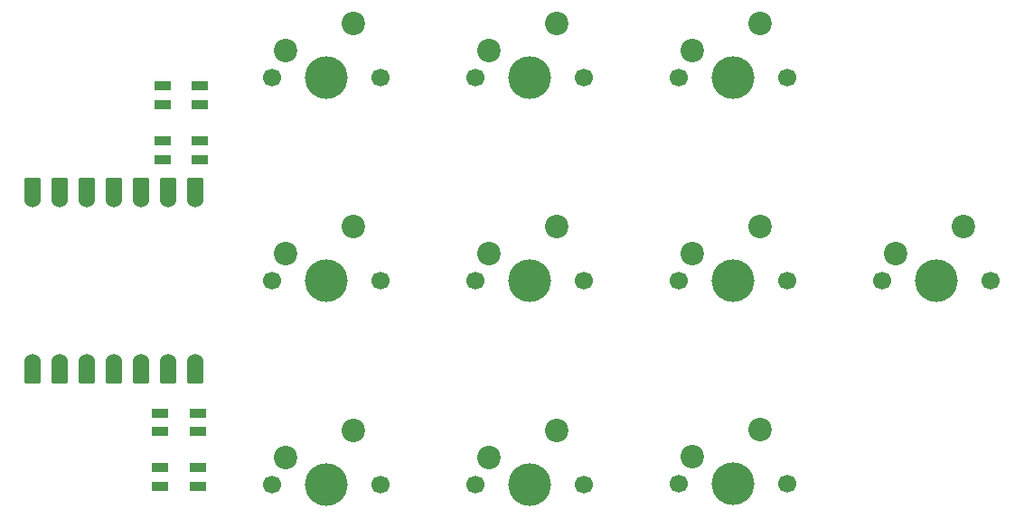
<source format=gbr>
%TF.GenerationSoftware,KiCad,Pcbnew,9.0.2*%
%TF.CreationDate,2025-06-28T19:25:42+02:00*%
%TF.ProjectId,Hackpad,4861636b-7061-4642-9e6b-696361645f70,rev?*%
%TF.SameCoordinates,Original*%
%TF.FileFunction,Soldermask,Top*%
%TF.FilePolarity,Negative*%
%FSLAX46Y46*%
G04 Gerber Fmt 4.6, Leading zero omitted, Abs format (unit mm)*
G04 Created by KiCad (PCBNEW 9.0.2) date 2025-06-28 19:25:42*
%MOMM*%
%LPD*%
G01*
G04 APERTURE LIST*
G04 Aperture macros list*
%AMRoundRect*
0 Rectangle with rounded corners*
0 $1 Rounding radius*
0 $2 $3 $4 $5 $6 $7 $8 $9 X,Y pos of 4 corners*
0 Add a 4 corners polygon primitive as box body*
4,1,4,$2,$3,$4,$5,$6,$7,$8,$9,$2,$3,0*
0 Add four circle primitives for the rounded corners*
1,1,$1+$1,$2,$3*
1,1,$1+$1,$4,$5*
1,1,$1+$1,$6,$7*
1,1,$1+$1,$8,$9*
0 Add four rect primitives between the rounded corners*
20,1,$1+$1,$2,$3,$4,$5,0*
20,1,$1+$1,$4,$5,$6,$7,0*
20,1,$1+$1,$6,$7,$8,$9,0*
20,1,$1+$1,$8,$9,$2,$3,0*%
G04 Aperture macros list end*
%ADD10C,1.700000*%
%ADD11C,4.000000*%
%ADD12C,2.200000*%
%ADD13RoundRect,0.152400X-0.609600X1.063600X-0.609600X-1.063600X0.609600X-1.063600X0.609600X1.063600X0*%
%ADD14C,1.524000*%
%ADD15RoundRect,0.152400X0.609600X-1.063600X0.609600X1.063600X-0.609600X1.063600X-0.609600X-1.063600X0*%
%ADD16R,1.600000X0.850000*%
G04 APERTURE END LIST*
D10*
%TO.C,SW6*%
X117629998Y-64110000D03*
D11*
X122709998Y-64110000D03*
D10*
X127789998Y-64110000D03*
D12*
X125249998Y-59030000D03*
X118899998Y-61570000D03*
%TD*%
D10*
%TO.C,SW9*%
X155739998Y-64130000D03*
D11*
X160819998Y-64130000D03*
D10*
X165899998Y-64130000D03*
D12*
X163359998Y-59050000D03*
X157009998Y-61590000D03*
%TD*%
D10*
%TO.C,SW7*%
X136669998Y-64130000D03*
D11*
X141749998Y-64130000D03*
D10*
X146829998Y-64130000D03*
D12*
X144289998Y-59050000D03*
X137939998Y-61590000D03*
%TD*%
D10*
%TO.C,SW3*%
X136689998Y-83170000D03*
D11*
X141769998Y-83170000D03*
D10*
X146849998Y-83170000D03*
D12*
X144309998Y-78090000D03*
X137959998Y-80630000D03*
%TD*%
D13*
%TO.C,U1*%
X95200000Y-91635000D03*
D14*
X95200000Y-90800000D03*
D13*
X97740000Y-91635000D03*
D14*
X97740000Y-90800000D03*
D13*
X100280000Y-91635000D03*
D14*
X100280000Y-90800000D03*
D13*
X102820000Y-91635000D03*
D14*
X102820000Y-90800000D03*
D13*
X105360000Y-91635000D03*
D14*
X105360000Y-90800000D03*
D13*
X107900000Y-91635000D03*
D14*
X107900000Y-90800000D03*
D13*
X110440000Y-91635000D03*
D14*
X110440000Y-90800000D03*
X110440000Y-75560000D03*
D15*
X110440000Y-74725000D03*
D14*
X107900000Y-75560000D03*
D15*
X107900000Y-74725000D03*
D14*
X105360000Y-75560000D03*
D15*
X105360000Y-74725000D03*
D14*
X102820000Y-75560000D03*
D15*
X102820000Y-74725000D03*
D14*
X100280000Y-75560000D03*
D15*
X100280000Y-74725000D03*
D14*
X97740000Y-75560000D03*
D15*
X97740000Y-74725000D03*
D14*
X95200000Y-75560000D03*
D15*
X95200000Y-74725000D03*
%TD*%
D16*
%TO.C,D4*%
X107169998Y-95565000D03*
X107169998Y-97315000D03*
X110669998Y-97315000D03*
X110669998Y-95565000D03*
%TD*%
D10*
%TO.C,SW8*%
X155739998Y-83190000D03*
D11*
X160819998Y-83190000D03*
D10*
X165899998Y-83190000D03*
D12*
X163359998Y-78110000D03*
X157009998Y-80650000D03*
%TD*%
D10*
%TO.C,SW4*%
X117629998Y-102260000D03*
D11*
X122709998Y-102260000D03*
D10*
X127789998Y-102260000D03*
D12*
X125249998Y-97180000D03*
X118899998Y-99720000D03*
%TD*%
D10*
%TO.C,SW1*%
X174819998Y-83180000D03*
D11*
X179899998Y-83180000D03*
D10*
X184979998Y-83180000D03*
D12*
X182439998Y-78100000D03*
X176089998Y-80640000D03*
%TD*%
D10*
%TO.C,SW5*%
X136669998Y-102260000D03*
D11*
X141749998Y-102260000D03*
D10*
X146829998Y-102260000D03*
D12*
X144289998Y-97180000D03*
X137939998Y-99720000D03*
%TD*%
D10*
%TO.C,SW2*%
X117629998Y-83190000D03*
D11*
X122709998Y-83190000D03*
D10*
X127789998Y-83190000D03*
D12*
X125249998Y-78110000D03*
X118899998Y-80650000D03*
%TD*%
D16*
%TO.C,D5*%
X107169998Y-100685000D03*
X107169998Y-102435000D03*
X110669998Y-102435000D03*
X110669998Y-100685000D03*
%TD*%
%TO.C,D3*%
X107379998Y-70025000D03*
X107379998Y-71775000D03*
X110879998Y-71775000D03*
X110879998Y-70025000D03*
%TD*%
D10*
%TO.C,SW10*%
X155739998Y-102240000D03*
D11*
X160819998Y-102240000D03*
D10*
X165899998Y-102240000D03*
D12*
X163359998Y-97160000D03*
X157009998Y-99700000D03*
%TD*%
D16*
%TO.C,D2*%
X107379998Y-64905000D03*
X107379998Y-66655000D03*
X110879998Y-66655000D03*
X110879998Y-64905000D03*
%TD*%
M02*

</source>
